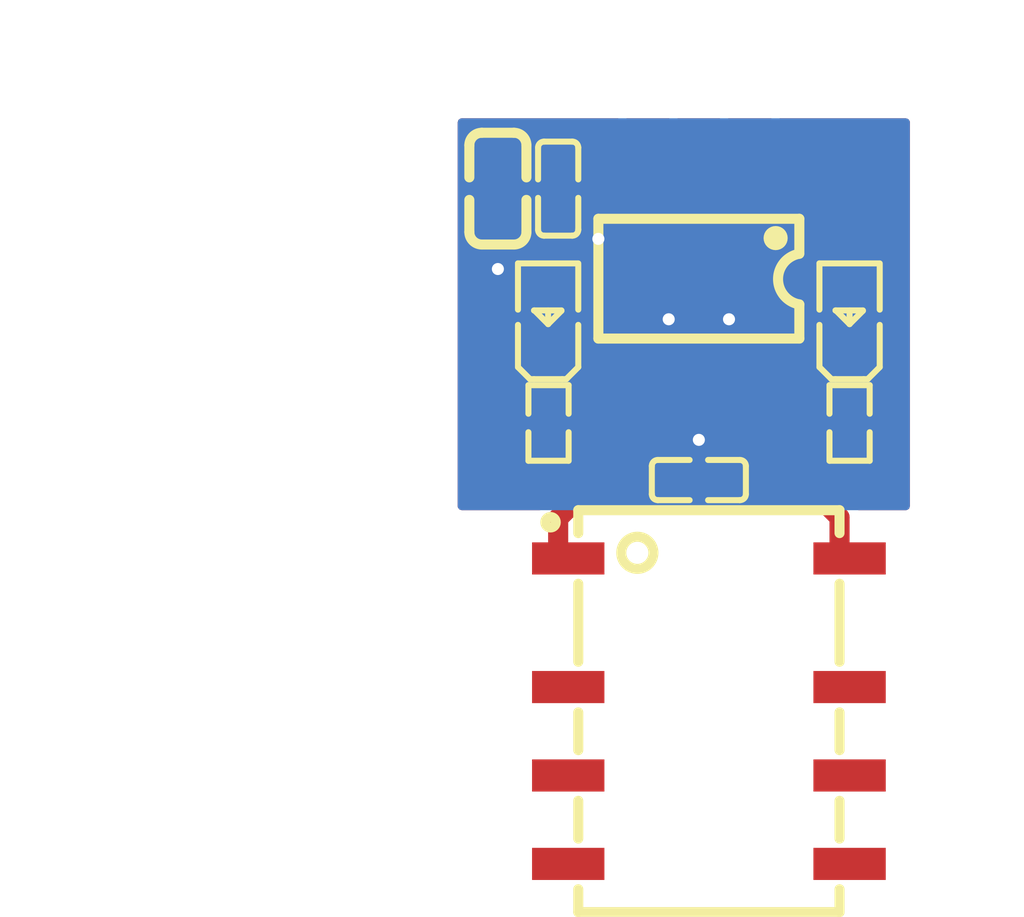
<source format=kicad_pcb>
(kicad_pcb (version 20241229) (generator "pcbnew") (generator_version "9.0")
  (layers (0 "F.Cu" signal) (2 "B.Cu" signal) (13 "F.Paste" user) (15 "B.Paste" user) (5 "F.SilkS" user "F.Silkscreen") (7 "B.SilkS" user "B.Silkscreen") (1 "F.Mask" user) (3 "B.Mask" user) (25 "Edge.Cuts" user))
  (net 0 "")
  (net 1 "hv")
  (net 2 "net")
  (net 3 "line-5")
  (net 4 "line-3")
  (net 5 "anode")
  (net 6 "anode-1")
  (net 7 "OUTA")
  (net 8 "cathode-1")
  (net 9 "gnd")
  (net 10 "line")
  (net 11 "line-1")
  (net 12 "line-2")
  (net 13 "gnd-1")
  (net 14 "line-4")
  (net 15 "cathode")
  (footprint "Samsung_Electro_Mechanics_CL10A475KO8NNNC:C0603" (layer "F.Cu") (at -5 -13 -90)
    (property "Reference" "C2" (hide yes))
    (property "Value" "4.7µF ±10% 16V X5R")
    (fp_line (start -0.28 0.71) (end -1.08 0.71) (stroke (width 0.25)) (layer "F.SilkS"))
    (fp_line (start 0.28 0.71) (end 1.08 0.71) (stroke (width 0.25)) (layer "F.SilkS"))
    (fp_line (start -1.39 0.4) (end -1.39 -0.4) (stroke (width 0.25)) (layer "F.SilkS"))
    (fp_line (start 1.39 -0.4) (end 1.39 0.4) (stroke (width 0.25)) (layer "F.SilkS"))
    (fp_line (start -0.28 -0.71) (end -1.08 -0.71) (stroke (width 0.25)) (layer "F.SilkS"))
    (fp_line (start 0.28 -0.71) (end 1.08 -0.71) (stroke (width 0.25)) (layer "F.SilkS"))
    (fp_arc (start -1.08 0.71) (mid -1.299203 0.619203) (end -1.39 0.4) (stroke (width 0.25)) (layer "F.SilkS"))
    (fp_arc (start 1.39 0.4) (mid 1.299203 0.619203) (end 1.08 0.71) (stroke (width 0.25)) (layer "F.SilkS"))
    (fp_arc (start -1.39 -0.4) (mid -1.299203 -0.619203) (end -1.08 -0.71) (stroke (width 0.25)) (layer "F.SilkS"))
    (fp_arc (start 1.08 -0.71) (mid 1.299203 -0.619203) (end 1.39 -0.4) (stroke (width 0.25)) (layer "F.SilkS"))
    (pad "1" smd rect (at -0.7 0 270) (size 0.8 0.9) (layers "F.Cu" "F.Mask" "F.Paste") (net 1 "hv"))
    (pad "2" smd rect (at 0.7 0 270) (size 0.8 0.9) (layers "F.Cu" "F.Mask" "F.Paste") (net 9 "gnd"))
  )
  (footprint "Shenzhen_Fuman_Elec_TC118S:SOP-8_L4.9-W3.9-P1.27-LS6.0-BL" (layer "F.Cu") (at 0 -10.75 180)
    (property "Reference" "U1" (hide yes))
    (property "Value" "")
    (fp_line (start 2.5 1.5) (end 2.5 -1.48) (stroke (width 0.25)) (layer "F.SilkS"))
    (fp_line (start -2.5 1.5) (end 2.5 1.5) (stroke (width 0.25)) (layer "F.SilkS"))
    (fp_line (start -2.5 0.63) (end -2.5 1.5) (stroke (width 0.25)) (layer "F.SilkS"))
    (fp_line (start -2.5 -0.63) (end -2.5 -1.48) (stroke (width 0.25)) (layer "F.SilkS"))
    (fp_line (start -2.5 -1.48) (end 2.5 -1.48) (stroke (width 0.25)) (layer "F.SilkS"))
    (fp_arc (start -2.5 -0.63) (mid -1.970474 -0.002632) (end -2.494818 0.629073) (stroke (width 0.25)) (layer "F.SilkS"))
    (fp_circle (center -1.91 1.02) (end -1.76 1.02) (stroke (width 0.3)) (fill no) (layer "F.SilkS"))
    (pad "1" smd oval (at -1.91 2.68 180) (size 0.63 1.86) (layers "F.Cu" "F.Mask" "F.Paste") (net 2 "net"))
    (pad "2" smd oval (at -0.63 2.68 180) (size 0.63 1.86) (layers "F.Cu" "F.Mask" "F.Paste") (net 6 "anode-1"))
    (pad "3" smd oval (at 0.63 2.68 180) (size 0.63 1.86) (layers "F.Cu" "F.Mask" "F.Paste") (net 5 "anode"))
    (pad "4" smd oval (at 1.9 2.68 180) (size 0.63 1.86) (layers "F.Cu" "F.Mask" "F.Paste") (net 1 "hv"))
    (pad "5" smd oval (at 1.9 -2.68 180) (size 0.63 1.86) (layers "F.Cu" "F.Mask" "F.Paste") (net 13 "gnd-1"))
    (pad "6" smd oval (at 0.63 -2.68 180) (size 0.63 1.86) (layers "F.Cu" "F.Mask" "F.Paste") (net 9 "gnd"))
    (pad "7" smd oval (at -0.63 -2.68 180) (size 0.63 1.86) (layers "F.Cu" "F.Mask" "F.Paste") (net 9 "gnd"))
    (pad "8" smd oval (at -1.91 -2.68 180) (size 0.63 1.86) (layers "F.Cu" "F.Mask" "F.Paste") (net 7 "OUTA"))
  )
  (footprint "Omron_Electronics_G6KU_2F_Y_TR_DC5:RELAY-SMD_G6KU-2F-Y" (layer "F.Cu") (at 0.25 0 -90)
    (property "Reference" "U2" (hide yes))
    (property "Value" "")
    (fp_line (start -5 3.25) (end -4.43 3.25) (stroke (width 0.25)) (layer "F.SilkS"))
    (fp_line (start -3.17 3.25) (end -1.23 3.25) (stroke (width 0.25)) (layer "F.SilkS"))
    (fp_line (start 0.03 3.25) (end 0.97 3.25) (stroke (width 0.25)) (layer "F.SilkS"))
    (fp_line (start 2.23 3.25) (end 3.17 3.25) (stroke (width 0.25)) (layer "F.SilkS"))
    (fp_line (start 4.43 3.25) (end 5 3.25) (stroke (width 0.25)) (layer "F.SilkS"))
    (fp_line (start -5 -3.25) (end -5 3.25) (stroke (width 0.25)) (layer "F.SilkS"))
    (fp_line (start -5 -3.25) (end -4.43 -3.25) (stroke (width 0.25)) (layer "F.SilkS"))
    (fp_line (start -3.17 -3.25) (end -1.23 -3.25) (stroke (width 0.25)) (layer "F.SilkS"))
    (fp_line (start 0.03 -3.25) (end 0.97 -3.25) (stroke (width 0.25)) (layer "F.SilkS"))
    (fp_line (start 2.23 -3.25) (end 3.17 -3.25) (stroke (width 0.25)) (layer "F.SilkS"))
    (fp_line (start 4.43 -3.25) (end 5 -3.25) (stroke (width 0.25)) (layer "F.SilkS"))
    (fp_line (start 5 -3.25) (end 5 3.25) (stroke (width 0.25)) (layer "F.SilkS"))
    (fp_circle (center -4.7 3.94) (end -4.57 3.94) (stroke (width 0.25)) (fill no) (layer "F.SilkS"))
    (fp_circle (center -3.94 1.78) (end -3.54 1.78) (stroke (width 0.25)) (fill no) (layer "F.SilkS"))
    (pad "1" smd rect (at -3.8 3.5 270) (size 0.8 1.8) (layers "F.Cu" "F.Mask" "F.Paste") (net 13 "gnd-1"))
    (pad "2" smd rect (at -0.6 3.5 270) (size 0.8 1.8) (layers "F.Cu" "F.Mask" "F.Paste") (net 12 "line-2"))
    (pad "3" smd rect (at 1.6 3.5 270) (size 0.8 1.8) (layers "F.Cu" "F.Mask" "F.Paste") (net 10 "line"))
    (pad "4" smd rect (at 3.8 3.5 270) (size 0.8 1.8) (layers "F.Cu" "F.Mask" "F.Paste") (net 14 "line-4"))
    (pad "5" smd rect (at 3.8 -3.5 270) (size 0.8 1.8) (layers "F.Cu" "F.Mask" "F.Paste") (net 3 "line-5"))
    (pad "6" smd rect (at 1.6 -3.5 270) (size 0.8 1.8) (layers "F.Cu" "F.Mask" "F.Paste") (net 11 "line-1"))
    (pad "7" smd rect (at -0.6 -3.5 270) (size 0.8 1.8) (layers "F.Cu" "F.Mask" "F.Paste") (net 4 "line-3"))
    (pad "8" smd rect (at -3.8 -3.5 270) (size 0.8 1.8) (layers "F.Cu" "F.Mask" "F.Paste") (net 7 "OUTA"))
  )
  (footprint "Hubei_KENTO_Elec_KT_0603R:LED0603-RD" (layer "F.Cu") (at 3.75 -9.75 90)
    (property "Reference" "LED1" (hide yes))
    (property "Value" "")
    (fp_line (start 1.39 -0.75) (end 1.39 0.73) (stroke (width 0.15)) (layer "F.SilkS"))
    (fp_line (start 0.24 -0.75) (end 1.39 -0.75) (stroke (width 0.15)) (layer "F.SilkS"))
    (fp_line (start -0.14 -0.75) (end -1.19 -0.75) (stroke (width 0.15)) (layer "F.SilkS"))
    (fp_line (start -1.49 -0.45) (end -1.19 -0.75) (stroke (width 0.15)) (layer "F.SilkS"))
    (fp_line (start 0.22 -0.35) (end 0.22 -0.34) (stroke (width 0.15)) (layer "F.SilkS"))
    (fp_line (start 0.22 -0.35) (end 0.22 0.33) (stroke (width 0.15)) (layer "F.SilkS"))
    (fp_line (start -1.49 -0.35) (end -1.49 -0.45) (stroke (width 0.15)) (layer "F.SilkS"))
    (fp_line (start -1.49 -0.35) (end -1.49 0.35) (stroke (width 0.15)) (layer "F.SilkS"))
    (fp_line (start 0.22 -0.34) (end -0.12 0) (stroke (width 0.15)) (layer "F.SilkS"))
    (fp_line (start 0.22 0) (end -0.12 0) (stroke (width 0.15)) (layer "F.SilkS"))
    (fp_line (start 0.22 0.33) (end 0.21 0.33) (stroke (width 0.15)) (layer "F.SilkS"))
    (fp_line (start 0.21 0.33) (end -0.12 0) (stroke (width 0.15)) (layer "F.SilkS"))
    (fp_line (start -1.49 0.35) (end -1.49 0.45) (stroke (width 0.15)) (layer "F.SilkS"))
    (fp_line (start -1.49 0.45) (end -1.19 0.75) (stroke (width 0.15)) (layer "F.SilkS"))
    (fp_line (start 0.24 0.75) (end 1.39 0.75) (stroke (width 0.15)) (layer "F.SilkS"))
    (fp_line (start -0.14 0.75) (end -1.19 0.75) (stroke (width 0.15)) (layer "F.SilkS"))
    (pad "1" smd rect (at -0.8 0 180) (size 0.8 0.8) (layers "F.Cu" "F.Mask" "F.Paste") (net 8 "cathode-1"))
    (pad "2" smd rect (at 0.8 0 180) (size 0.8 0.8) (layers "F.Cu" "F.Mask" "F.Paste") (net 6 "anode-1"))
  )
  (footprint "UNI_ROYAL_0402WGF1002TCE:R0402" (layer "F.Cu") (at 3.75 -7.17 -90)
    (property "Reference" "R1" (hide yes))
    (property "Value" "10kΩ ±1% 62.5mW")
    (fp_line (start -0.94 0.5) (end -0.94 -0.5) (stroke (width 0.15)) (layer "F.SilkS"))
    (fp_line (start -0.23 0.5) (end -0.94 0.5) (stroke (width 0.15)) (layer "F.SilkS"))
    (fp_line (start 0.23 0.5) (end 0.94 0.5) (stroke (width 0.15)) (layer "F.SilkS"))
    (fp_line (start 0.94 0.5) (end 0.94 -0.5) (stroke (width 0.15)) (layer "F.SilkS"))
    (fp_line (start -0.94 -0.5) (end -0.23 -0.5) (stroke (width 0.15)) (layer "F.SilkS"))
    (fp_line (start 0.94 -0.5) (end 0.23 -0.5) (stroke (width 0.15)) (layer "F.SilkS"))
    (pad "1" smd rect (at -0.43 0 270) (size 0.57 0.54) (layers "F.Cu" "F.Mask" "F.Paste") (net 8 "cathode-1"))
    (pad "2" smd rect (at 0.43 0 270) (size 0.57 0.54) (layers "F.Cu" "F.Mask" "F.Paste") (net 9 "gnd"))
  )
  (footprint "Samsung_Electro_Mechanics_CL05B104KO5NNNC:C0402" (layer "F.Cu") (at -3.5 -13 -90)
    (property "Reference" "C1" (hide yes))
    (property "Value" "100nF ±10% 16V X7R")
    (fp_line (start -0.23 0.5) (end -1.02 0.5) (stroke (width 0.15)) (layer "F.SilkS"))
    (fp_line (start 0.23 0.5) (end 1.02 0.5) (stroke (width 0.15)) (layer "F.SilkS"))
    (fp_line (start -1.17 0.35) (end -1.17 -0.35) (stroke (width 0.15)) (layer "F.SilkS"))
    (fp_line (start 1.17 0.35) (end 1.17 -0.35) (stroke (width 0.15)) (layer "F.SilkS"))
    (fp_line (start -1.02 -0.5) (end -0.23 -0.5) (stroke (width 0.15)) (layer "F.SilkS"))
    (fp_line (start 1.02 -0.5) (end 0.23 -0.5) (stroke (width 0.15)) (layer "F.SilkS"))
    (fp_arc (start -1.02 0.5) (mid -1.126066 0.456066) (end -1.17 0.35) (stroke (width 0.15)) (layer "F.SilkS"))
    (fp_arc (start 1.17 0.35) (mid 1.126066 0.456066) (end 1.02 0.5) (stroke (width 0.15)) (layer "F.SilkS"))
    (fp_arc (start -1.17 -0.35) (mid -1.126066 -0.456066) (end -1.02 -0.5) (stroke (width 0.15)) (layer "F.SilkS"))
    (fp_arc (start 1.02 -0.5) (mid 1.126066 -0.456066) (end 1.17 -0.35) (stroke (width 0.15)) (layer "F.SilkS"))
    (pad "1" smd rect (at -0.55 0 270) (size 0.79 0.54) (layers "F.Cu" "F.Mask" "F.Paste") (net 1 "hv"))
    (pad "2" smd rect (at 0.55 0 270) (size 0.79 0.54) (layers "F.Cu" "F.Mask" "F.Paste") (net 9 "gnd"))
  )
  (footprint "Hubei_KENTO_Elec_KT_0603G:LED0603-RD" (layer "F.Cu") (at -3.75 -9.75 90)
    (property "Reference" "LED2" (hide yes))
    (property "Value" "")
    (fp_line (start 1.39 -0.75) (end 1.39 0.73) (stroke (width 0.15)) (layer "F.SilkS"))
    (fp_line (start 0.24 -0.75) (end 1.39 -0.75) (stroke (width 0.15)) (layer "F.SilkS"))
    (fp_line (start -0.14 -0.75) (end -1.19 -0.75) (stroke (width 0.15)) (layer "F.SilkS"))
    (fp_line (start -1.49 -0.45) (end -1.19 -0.75) (stroke (width 0.15)) (layer "F.SilkS"))
    (fp_line (start 0.22 -0.35) (end 0.22 -0.34) (stroke (width 0.15)) (layer "F.SilkS"))
    (fp_line (start 0.22 -0.35) (end 0.22 0.33) (stroke (width 0.15)) (layer "F.SilkS"))
    (fp_line (start -1.49 -0.35) (end -1.49 -0.45) (stroke (width 0.15)) (layer "F.SilkS"))
    (fp_line (start -1.49 -0.35) (end -1.49 0.35) (stroke (width 0.15)) (layer "F.SilkS"))
    (fp_line (start 0.22 -0.34) (end -0.12 0) (stroke (width 0.15)) (layer "F.SilkS"))
    (fp_line (start 0.22 0) (end -0.12 0) (stroke (width 0.15)) (layer "F.SilkS"))
    (fp_line (start 0.22 0.33) (end 0.21 0.33) (stroke (width 0.15)) (layer "F.SilkS"))
    (fp_line (start 0.21 0.33) (end -0.12 0) (stroke (width 0.15)) (layer "F.SilkS"))
    (fp_line (start -1.49 0.35) (end -1.49 0.45) (stroke (width 0.15)) (layer "F.SilkS"))
    (fp_line (start -1.49 0.45) (end -1.19 0.75) (stroke (width 0.15)) (layer "F.SilkS"))
    (fp_line (start 0.24 0.75) (end 1.39 0.75) (stroke (width 0.15)) (layer "F.SilkS"))
    (fp_line (start -0.14 0.75) (end -1.19 0.75) (stroke (width 0.15)) (layer "F.SilkS"))
    (pad "1" smd rect (at -0.8 0 180) (size 0.8 0.8) (layers "F.Cu" "F.Mask" "F.Paste") (net 15 "cathode"))
    (pad "2" smd rect (at 0.8 0 180) (size 0.8 0.8) (layers "F.Cu" "F.Mask" "F.Paste") (net 5 "anode"))
  )
  (footprint "UNI_ROYAL_0402WGF1002TCE:R0402" (layer "F.Cu") (at -3.74 -7.17 -90)
    (property "Reference" "R2" (hide yes))
    (property "Value" "10kΩ ±1% 62.5mW")
    (fp_line (start -0.94 0.5) (end -0.94 -0.5) (stroke (width 0.15)) (layer "F.SilkS"))
    (fp_line (start -0.23 0.5) (end -0.94 0.5) (stroke (width 0.15)) (layer "F.SilkS"))
    (fp_line (start 0.23 0.5) (end 0.94 0.5) (stroke (width 0.15)) (layer "F.SilkS"))
    (fp_line (start 0.94 0.5) (end 0.94 -0.5) (stroke (width 0.15)) (layer "F.SilkS"))
    (fp_line (start -0.94 -0.5) (end -0.23 -0.5) (stroke (width 0.15)) (layer "F.SilkS"))
    (fp_line (start 0.94 -0.5) (end 0.23 -0.5) (stroke (width 0.15)) (layer "F.SilkS"))
    (pad "1" smd rect (at -0.43 0 270) (size 0.57 0.54) (layers "F.Cu" "F.Mask" "F.Paste") (net 15 "cathode"))
    (pad "2" smd rect (at 0.43 0 270) (size 0.57 0.54) (layers "F.Cu" "F.Mask" "F.Paste") (net 9 "gnd"))
  )
  (footprint "FH_0402CG101J500NT:C0402" (layer "F.Cu") (at 0 -5.75 180)
    (property "Reference" "C3" (hide yes))
    (property "Value" "100pF ±5% 50V C0G")
    (fp_line (start 1.17 0.35) (end 1.17 -0.35) (stroke (width 0.15)) (layer "F.SilkS"))
    (fp_line (start 1.02 -0.5) (end 0.23 -0.5) (stroke (width 0.15)) (layer "F.SilkS"))
    (fp_line (start 0.23 0.5) (end 1.02 0.5) (stroke (width 0.15)) (layer "F.SilkS"))
    (fp_line (start -0.23 0.5) (end -1.02 0.5) (stroke (width 0.15)) (layer "F.SilkS"))
    (fp_line (start -1.02 -0.5) (end -0.23 -0.5) (stroke (width 0.15)) (layer "F.SilkS"))
    (fp_line (start -1.17 0.35) (end -1.17 -0.35) (stroke (width 0.15)) (layer "F.SilkS"))
    (fp_arc (start 1.17 0.35) (mid 1.126066 0.456066) (end 1.02 0.5) (stroke (width 0.15)) (layer "F.SilkS"))
    (fp_arc (start 1.02 -0.5) (mid 1.126066 -0.456066) (end 1.17 -0.35) (stroke (width 0.15)) (layer "F.SilkS"))
    (fp_arc (start -1.02 0.5) (mid -1.126066 0.456066) (end -1.17 0.35) (stroke (width 0.15)) (layer "F.SilkS"))
    (fp_arc (start -1.17 -0.35) (mid -1.126066 -0.456066) (end -1.02 -0.5) (stroke (width 0.15)) (layer "F.SilkS"))
    (pad "1" smd rect (at -0.55 0 180) (size 0.79 0.54) (layers "F.Cu" "F.Mask" "F.Paste") (net 7 "OUTA"))
    (pad "2" smd rect (at 0.55 0 180) (size 0.79 0.54) (layers "F.Cu" "F.Mask" "F.Paste") (net 13 "gnd-1"))
  )
  (via (at -2.5 -11.75) (size 0.5) (drill 0.3) (layers "F.Cu" "B.Cu") (net 9))
  (via (at 0.75 -9.75) (size 0.5) (drill 0.3) (layers "F.Cu" "B.Cu") (net 9))
  (via (at -5 -11) (size 0.5) (drill 0.3) (layers "F.Cu" "B.Cu") (net 9))
  (via (at 0 -6.75) (size 0.5) (drill 0.3) (layers "F.Cu" "B.Cu") (net 9))
  (via (at -0.75 -9.75) (size 0.5) (drill 0.3) (layers "F.Cu" "B.Cu") (net 9))
  (zone (net 9) (net_name "gnd") (layers "F.Cu" "B.Cu") (priority 1) (connect_pads (clearance 0.2)) (min_thickness 0.2) (fill yes (thermal_gap 0.2) (thermal_bridge_width 0.2))
    (polygon (pts (xy -6 -14.75) (xy -6 -5) (xy 5.25 -5) (xy 5.25 -14.75)))
  )
  (segment (start -4.85 -13.55) (end -5 -13.7) (width 0.5) (net 1) (layer "F.Cu"))
  (segment (start -3.5 -13.55) (end -4.85 -13.55) (width 0.5) (net 1) (layer "F.Cu"))
  (segment (start -1.9 -13.43) (end -3.38 -13.43) (width 0.5) (net 1) (layer "F.Cu"))
  (segment (start -3.38 -13.43) (end -3.5 -13.55) (width 0.5) (net 1) (layer "F.Cu"))
  (segment (start -3.75 -10.55) (end -1.95 -10.55) (width 0.2) (net 5) (layer "F.Cu"))
  (segment (start -0.63 -11.87) (end -0.63 -13.43) (width 0.2) (net 5) (layer "F.Cu"))
  (segment (start -1.95 -10.55) (end -0.63 -11.87) (width 0.2) (net 5) (layer "F.Cu"))
  (segment (start 1.95 -10.55) (end 0.63 -11.87) (width 0.2) (net 6) (layer "F.Cu"))
  (segment (start 3.75 -10.55) (end 1.95 -10.55) (width 0.2) (net 6) (layer "F.Cu"))
  (segment (start 0.63 -11.87) (end 0.63 -13.43) (width 0.2) (net 6) (layer "F.Cu"))
  (segment (start 1.91 -8.07) (end 1.91 -6.41) (width 0.5) (net 7) (layer "F.Cu"))
  (segment (start 1.25 -5.75) (end 0.55 -5.75) (width 0.5) (net 7) (layer "F.Cu"))
  (segment (start 3.5 -4.82) (end 1.91 -6.41) (width 0.5) (net 7) (layer "F.Cu"))
  (segment (start 3.5 -3.8) (end 3.5 -4.82) (width 0.5) (net 7) (layer "F.Cu"))
  (segment (start 1.91 -6.41) (end 1.25 -5.75) (width 0.5) (net 7) (layer "F.Cu"))
  (segment (start 3.743678 -8.943678) (end 3.75 -8.95) (width 0.2) (net 8) (layer "F.Cu"))
  (segment (start 3.743678 -7.692837) (end 3.743678 -8.943678) (width 0.2) (net 8) (layer "F.Cu"))
  (segment (start -1.9 -6.4) (end -1.25 -5.75) (width 0.5) (net 13) (layer "F.Cu"))
  (segment (start -1.9 -8.07) (end -1.9 -6.4) (width 0.5) (net 13) (layer "F.Cu"))
  (segment (start -3.5 -4.8) (end -1.9 -6.4) (width 0.5) (net 13) (layer "F.Cu"))
  (segment (start -1.25 -5.75) (end -0.55 -5.75) (width 0.5) (net 13) (layer "F.Cu"))
  (segment (start -3.5 -3.8) (end -3.5 -4.8) (width 0.5) (net 13) (layer "F.Cu"))
  (segment (start -3.75 -7.61) (end -3.75 -8.95) (width 0.2) (net 15) (layer "F.Cu"))
)
</source>
